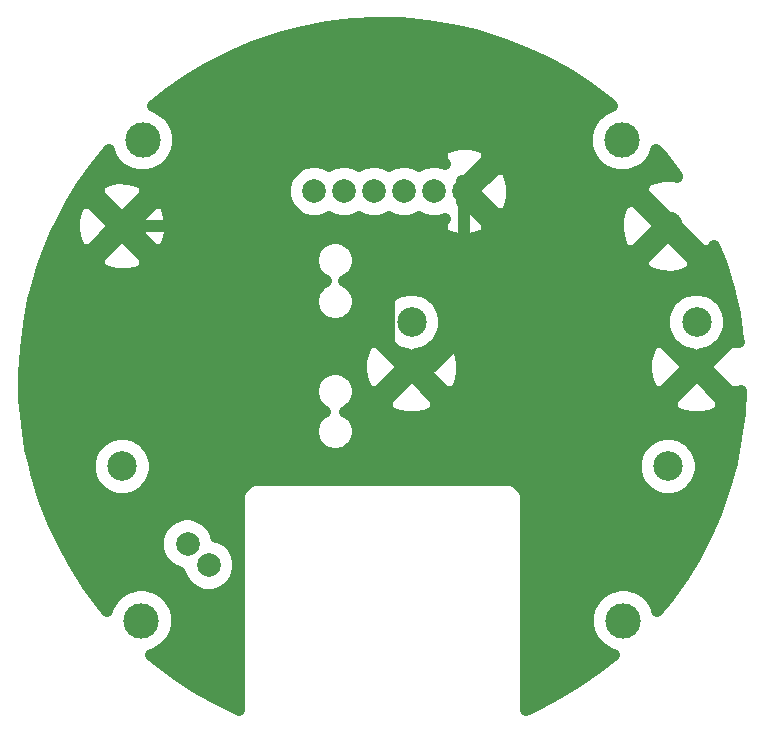
<source format=gbr>
G04 #@! TF.GenerationSoftware,KiCad,Pcbnew,(5.1.2)-2*
G04 #@! TF.CreationDate,2019-10-20T14:27:07-03:00*
G04 #@! TF.ProjectId,placa_potencia,706c6163-615f-4706-9f74-656e6369612e,rev?*
G04 #@! TF.SameCoordinates,Original*
G04 #@! TF.FileFunction,Copper,L2,Bot*
G04 #@! TF.FilePolarity,Positive*
%FSLAX46Y46*%
G04 Gerber Fmt 4.6, Leading zero omitted, Abs format (unit mm)*
G04 Created by KiCad (PCBNEW (5.1.2)-2) date 2019-10-20 14:27:07*
%MOMM*%
%LPD*%
G04 APERTURE LIST*
%ADD10C,3.000000*%
%ADD11C,2.000000*%
%ADD12C,2.500000*%
%ADD13C,2.100000*%
%ADD14C,1.000000*%
G04 APERTURE END LIST*
D10*
X64300000Y-49000000D03*
X104900000Y-49000000D03*
X64200000Y-89700000D03*
X105000000Y-89700000D03*
D11*
X91550000Y-53350000D03*
X89010000Y-53350000D03*
X86470000Y-53350000D03*
X83930000Y-53350000D03*
X81390000Y-53350000D03*
X78850000Y-53350000D03*
X68100000Y-83200000D03*
X69896051Y-84996051D03*
D12*
X62574000Y-76626000D03*
D13*
X62574000Y-56306000D03*
D12*
X108802000Y-76626000D03*
X108802000Y-56306000D03*
X87070000Y-64410000D03*
X87070000Y-68220000D03*
X111200000Y-64410000D03*
X111200000Y-68220000D03*
D14*
X85820001Y-66970001D02*
X87070000Y-68220000D01*
X85119999Y-66269999D02*
X85820001Y-66970001D01*
X85119999Y-59573997D02*
X85119999Y-66269999D01*
X81852002Y-56306000D02*
X85119999Y-59573997D01*
X62574000Y-56306000D02*
X81852002Y-56306000D01*
X88837766Y-68220000D02*
X91600000Y-65457766D01*
X87070000Y-68220000D02*
X88837766Y-68220000D01*
X91550000Y-65407766D02*
X91550000Y-53350000D01*
X91600000Y-65457766D02*
X91550000Y-65407766D01*
G36*
X86280402Y-39117366D02*
G01*
X88390159Y-39307698D01*
X90481500Y-39644736D01*
X92544246Y-40126842D01*
X94568326Y-40751658D01*
X96543894Y-41516146D01*
X98461321Y-42416580D01*
X100311277Y-43448580D01*
X102084724Y-44607104D01*
X103773038Y-45886515D01*
X104032952Y-46113693D01*
X104024932Y-46115288D01*
X103478967Y-46341434D01*
X102987611Y-46669748D01*
X102569748Y-47087611D01*
X102241434Y-47578967D01*
X102015288Y-48124932D01*
X101900000Y-48704526D01*
X101900000Y-49295474D01*
X102015288Y-49875068D01*
X102241434Y-50421033D01*
X102569748Y-50912389D01*
X102987611Y-51330252D01*
X103478967Y-51658566D01*
X104024932Y-51884712D01*
X104604526Y-52000000D01*
X105195474Y-52000000D01*
X105775068Y-51884712D01*
X106321033Y-51658566D01*
X106812389Y-51330252D01*
X107230252Y-50912389D01*
X107558566Y-50421033D01*
X107784712Y-49875068D01*
X107788766Y-49854686D01*
X108247246Y-50384998D01*
X109517503Y-52080208D01*
X109541270Y-52117024D01*
X109305902Y-52065269D01*
X108468894Y-52048447D01*
X107644687Y-52195240D01*
X106864955Y-52500008D01*
X106713598Y-52580910D01*
X106691373Y-53488266D01*
X108802000Y-55598893D01*
X108816142Y-55584751D01*
X109523249Y-56291858D01*
X109509107Y-56306000D01*
X111619734Y-58416627D01*
X112527090Y-58394402D01*
X112708687Y-57979757D01*
X113332226Y-59617364D01*
X113946080Y-61644791D01*
X114417018Y-63710123D01*
X114742736Y-65803258D01*
X114770245Y-66127805D01*
X114017734Y-66109373D01*
X111907107Y-68220000D01*
X114017734Y-70330627D01*
X114925090Y-70308402D01*
X114939471Y-70275567D01*
X114836302Y-72147235D01*
X114572456Y-74249066D01*
X114162635Y-76327378D01*
X113608840Y-78372025D01*
X112913760Y-80373082D01*
X112080794Y-82320759D01*
X111113986Y-84205602D01*
X110018052Y-86018415D01*
X108798338Y-87750355D01*
X107892295Y-88863056D01*
X107884712Y-88824932D01*
X107658566Y-88278967D01*
X107330252Y-87787611D01*
X106912389Y-87369748D01*
X106421033Y-87041434D01*
X105875068Y-86815288D01*
X105295474Y-86700000D01*
X104704526Y-86700000D01*
X104124932Y-86815288D01*
X103578967Y-87041434D01*
X103087611Y-87369748D01*
X102669748Y-87787611D01*
X102341434Y-88278967D01*
X102115288Y-88824932D01*
X102000000Y-89404526D01*
X102000000Y-89995474D01*
X102115288Y-90575068D01*
X102341434Y-91121033D01*
X102669748Y-91612389D01*
X103087611Y-92030252D01*
X103578967Y-92358566D01*
X104124932Y-92584712D01*
X104187606Y-92597179D01*
X102808908Y-93707463D01*
X101070389Y-94917792D01*
X99251675Y-96003899D01*
X97361633Y-96960492D01*
X96760062Y-97213925D01*
X96760062Y-79516188D01*
X96768045Y-79435136D01*
X96736187Y-79111680D01*
X96641839Y-78800653D01*
X96488624Y-78514010D01*
X96282433Y-78262765D01*
X96031188Y-78056574D01*
X95744545Y-77903359D01*
X95433518Y-77809011D01*
X95191114Y-77785136D01*
X95110062Y-77777153D01*
X95029010Y-77785136D01*
X74191114Y-77785136D01*
X74110062Y-77777153D01*
X74029010Y-77785136D01*
X73786606Y-77809011D01*
X73475579Y-77903359D01*
X73188936Y-78056574D01*
X72937691Y-78262765D01*
X72731500Y-78514010D01*
X72578285Y-78800653D01*
X72483937Y-79111680D01*
X72452079Y-79435136D01*
X72460063Y-79516198D01*
X72460062Y-97223058D01*
X70758803Y-96424138D01*
X68908848Y-95392138D01*
X67135409Y-94233621D01*
X65447079Y-92954197D01*
X65033753Y-92592930D01*
X65075068Y-92584712D01*
X65621033Y-92358566D01*
X66112389Y-92030252D01*
X66530252Y-91612389D01*
X66858566Y-91121033D01*
X67084712Y-90575068D01*
X67200000Y-89995474D01*
X67200000Y-89404526D01*
X67084712Y-88824932D01*
X66858566Y-88278967D01*
X66530252Y-87787611D01*
X66112389Y-87369748D01*
X65621033Y-87041434D01*
X65075068Y-86815288D01*
X64495474Y-86700000D01*
X63904526Y-86700000D01*
X63324932Y-86815288D01*
X62778967Y-87041434D01*
X62287611Y-87369748D01*
X61869748Y-87787611D01*
X61541434Y-88278967D01*
X61315288Y-88824932D01*
X61310947Y-88846756D01*
X60972884Y-88455726D01*
X59702621Y-86760510D01*
X58553704Y-84980810D01*
X57531735Y-83125310D01*
X57452310Y-82953772D01*
X65600000Y-82953772D01*
X65600000Y-83446228D01*
X65696074Y-83929223D01*
X65884529Y-84384194D01*
X66158124Y-84793657D01*
X66506343Y-85141876D01*
X66915806Y-85415471D01*
X67370777Y-85603926D01*
X67471992Y-85624059D01*
X67492125Y-85725274D01*
X67680580Y-86180245D01*
X67954175Y-86589708D01*
X68302394Y-86937927D01*
X68711857Y-87211522D01*
X69166828Y-87399977D01*
X69649823Y-87496051D01*
X70142279Y-87496051D01*
X70625274Y-87399977D01*
X71080245Y-87211522D01*
X71489708Y-86937927D01*
X71837927Y-86589708D01*
X72111522Y-86180245D01*
X72299977Y-85725274D01*
X72396051Y-85242279D01*
X72396051Y-84749823D01*
X72299977Y-84266828D01*
X72111522Y-83811857D01*
X71837927Y-83402394D01*
X71489708Y-83054175D01*
X71080245Y-82780580D01*
X70625274Y-82592125D01*
X70524059Y-82571992D01*
X70503926Y-82470777D01*
X70315471Y-82015806D01*
X70041876Y-81606343D01*
X69693657Y-81258124D01*
X69284194Y-80984529D01*
X68829223Y-80796074D01*
X68346228Y-80700000D01*
X67853772Y-80700000D01*
X67370777Y-80796074D01*
X66915806Y-80984529D01*
X66506343Y-81258124D01*
X66158124Y-81606343D01*
X65884529Y-82015806D01*
X65696074Y-82470777D01*
X65600000Y-82953772D01*
X57452310Y-82953772D01*
X56641685Y-81203031D01*
X55887898Y-79223354D01*
X55274042Y-77195920D01*
X55082329Y-76355149D01*
X59824000Y-76355149D01*
X59824000Y-76896851D01*
X59929681Y-77428145D01*
X60136982Y-77928613D01*
X60437936Y-78379023D01*
X60820977Y-78762064D01*
X61271387Y-79063018D01*
X61771855Y-79270319D01*
X62303149Y-79376000D01*
X62844851Y-79376000D01*
X63376145Y-79270319D01*
X63876613Y-79063018D01*
X64327023Y-78762064D01*
X64710064Y-78379023D01*
X65011018Y-77928613D01*
X65218319Y-77428145D01*
X65324000Y-76896851D01*
X65324000Y-76355149D01*
X106052000Y-76355149D01*
X106052000Y-76896851D01*
X106157681Y-77428145D01*
X106364982Y-77928613D01*
X106665936Y-78379023D01*
X107048977Y-78762064D01*
X107499387Y-79063018D01*
X107999855Y-79270319D01*
X108531149Y-79376000D01*
X109072851Y-79376000D01*
X109604145Y-79270319D01*
X110104613Y-79063018D01*
X110555023Y-78762064D01*
X110938064Y-78379023D01*
X111239018Y-77928613D01*
X111446319Y-77428145D01*
X111552000Y-76896851D01*
X111552000Y-76355149D01*
X111446319Y-75823855D01*
X111239018Y-75323387D01*
X110938064Y-74872977D01*
X110555023Y-74489936D01*
X110104613Y-74188982D01*
X109604145Y-73981681D01*
X109072851Y-73876000D01*
X108531149Y-73876000D01*
X107999855Y-73981681D01*
X107499387Y-74188982D01*
X107048977Y-74489936D01*
X106665936Y-74872977D01*
X106364982Y-75323387D01*
X106157681Y-75823855D01*
X106052000Y-76355149D01*
X65324000Y-76355149D01*
X65218319Y-75823855D01*
X65011018Y-75323387D01*
X64710064Y-74872977D01*
X64327023Y-74489936D01*
X63876613Y-74188982D01*
X63376145Y-73981681D01*
X62844851Y-73876000D01*
X62303149Y-73876000D01*
X61771855Y-73981681D01*
X61271387Y-74188982D01*
X60820977Y-74489936D01*
X60437936Y-74872977D01*
X60136982Y-75323387D01*
X59929681Y-75823855D01*
X59824000Y-76355149D01*
X55082329Y-76355149D01*
X54803105Y-75130593D01*
X54477388Y-73037460D01*
X54298474Y-70926712D01*
X54286472Y-70112866D01*
X78700000Y-70112866D01*
X78700000Y-70487134D01*
X78773016Y-70854209D01*
X78916242Y-71199987D01*
X79124174Y-71511179D01*
X79388821Y-71775826D01*
X79700013Y-71983758D01*
X79739225Y-72000000D01*
X79700013Y-72016242D01*
X79388821Y-72224174D01*
X79124174Y-72488821D01*
X78916242Y-72800013D01*
X78773016Y-73145791D01*
X78700000Y-73512866D01*
X78700000Y-73887134D01*
X78773016Y-74254209D01*
X78916242Y-74599987D01*
X79124174Y-74911179D01*
X79388821Y-75175826D01*
X79700013Y-75383758D01*
X80045791Y-75526984D01*
X80412866Y-75600000D01*
X80787134Y-75600000D01*
X81154209Y-75526984D01*
X81499987Y-75383758D01*
X81811179Y-75175826D01*
X82075826Y-74911179D01*
X82283758Y-74599987D01*
X82426984Y-74254209D01*
X82500000Y-73887134D01*
X82500000Y-73512866D01*
X82426984Y-73145791D01*
X82283758Y-72800013D01*
X82075826Y-72488821D01*
X81811179Y-72224174D01*
X81499987Y-72016242D01*
X81460775Y-72000000D01*
X81499987Y-71983758D01*
X81811179Y-71775826D01*
X82075826Y-71511179D01*
X82283758Y-71199987D01*
X82350965Y-71037734D01*
X84959373Y-71037734D01*
X84981598Y-71945090D01*
X85748455Y-72280940D01*
X86566098Y-72460731D01*
X87403106Y-72477553D01*
X88227313Y-72330760D01*
X89007045Y-72025992D01*
X89158402Y-71945090D01*
X89180627Y-71037734D01*
X109089373Y-71037734D01*
X109111598Y-71945090D01*
X109878455Y-72280940D01*
X110696098Y-72460731D01*
X111533106Y-72477553D01*
X112357313Y-72330760D01*
X113137045Y-72025992D01*
X113288402Y-71945090D01*
X113310627Y-71037734D01*
X111200000Y-68927107D01*
X109089373Y-71037734D01*
X89180627Y-71037734D01*
X87070000Y-68927107D01*
X84959373Y-71037734D01*
X82350965Y-71037734D01*
X82426984Y-70854209D01*
X82500000Y-70487134D01*
X82500000Y-70112866D01*
X82426984Y-69745791D01*
X82283758Y-69400013D01*
X82075826Y-69088821D01*
X81811179Y-68824174D01*
X81499987Y-68616242D01*
X81347564Y-68553106D01*
X82812447Y-68553106D01*
X82959240Y-69377313D01*
X83264008Y-70157045D01*
X83344910Y-70308402D01*
X84252266Y-70330627D01*
X86362893Y-68220000D01*
X87777107Y-68220000D01*
X89887734Y-70330627D01*
X90795090Y-70308402D01*
X91130940Y-69541545D01*
X91310731Y-68723902D01*
X91314163Y-68553106D01*
X106942447Y-68553106D01*
X107089240Y-69377313D01*
X107394008Y-70157045D01*
X107474910Y-70308402D01*
X108382266Y-70330627D01*
X110492893Y-68220000D01*
X108382266Y-66109373D01*
X107474910Y-66131598D01*
X107139060Y-66898455D01*
X106959269Y-67716098D01*
X106942447Y-68553106D01*
X91314163Y-68553106D01*
X91327553Y-67886894D01*
X91180760Y-67062687D01*
X90875992Y-66282955D01*
X90795090Y-66131598D01*
X89887734Y-66109373D01*
X87777107Y-68220000D01*
X86362893Y-68220000D01*
X84252266Y-66109373D01*
X83344910Y-66131598D01*
X83009060Y-66898455D01*
X82829269Y-67716098D01*
X82812447Y-68553106D01*
X81347564Y-68553106D01*
X81154209Y-68473016D01*
X80787134Y-68400000D01*
X80412866Y-68400000D01*
X80045791Y-68473016D01*
X79700013Y-68616242D01*
X79388821Y-68824174D01*
X79124174Y-69088821D01*
X78916242Y-69400013D01*
X78773016Y-69745791D01*
X78700000Y-70112866D01*
X54286472Y-70112866D01*
X54267235Y-68808596D01*
X54383822Y-66693483D01*
X54647668Y-64591652D01*
X55057489Y-62513340D01*
X55611284Y-60468693D01*
X55820174Y-59867321D01*
X60604582Y-59867321D01*
X61337204Y-60183106D01*
X62117355Y-60349896D01*
X62915054Y-60361281D01*
X63699647Y-60216823D01*
X64440981Y-59922075D01*
X64543418Y-59867321D01*
X64541068Y-59012866D01*
X78700000Y-59012866D01*
X78700000Y-59387134D01*
X78773016Y-59754209D01*
X78916242Y-60099987D01*
X79124174Y-60411179D01*
X79388821Y-60675826D01*
X79700013Y-60883758D01*
X79859935Y-60950000D01*
X79700013Y-61016242D01*
X79388821Y-61224174D01*
X79124174Y-61488821D01*
X78916242Y-61800013D01*
X78773016Y-62145791D01*
X78700000Y-62512866D01*
X78700000Y-62887134D01*
X78773016Y-63254209D01*
X78916242Y-63599987D01*
X79124174Y-63911179D01*
X79388821Y-64175826D01*
X79700013Y-64383758D01*
X80045791Y-64526984D01*
X80412866Y-64600000D01*
X80787134Y-64600000D01*
X81154209Y-64526984D01*
X81499987Y-64383758D01*
X81811179Y-64175826D01*
X81847856Y-64139149D01*
X84320000Y-64139149D01*
X84320000Y-64680851D01*
X84425681Y-65212145D01*
X84632982Y-65712613D01*
X84933936Y-66163023D01*
X85316977Y-66546064D01*
X85767387Y-66847018D01*
X86267855Y-67054319D01*
X86696736Y-67139629D01*
X87070000Y-67512893D01*
X87443264Y-67139629D01*
X87872145Y-67054319D01*
X88372613Y-66847018D01*
X88823023Y-66546064D01*
X89206064Y-66163023D01*
X89507018Y-65712613D01*
X89714319Y-65212145D01*
X89820000Y-64680851D01*
X89820000Y-64139149D01*
X108450000Y-64139149D01*
X108450000Y-64680851D01*
X108555681Y-65212145D01*
X108762982Y-65712613D01*
X109063936Y-66163023D01*
X109446977Y-66546064D01*
X109897387Y-66847018D01*
X110397855Y-67054319D01*
X110826736Y-67139629D01*
X111200000Y-67512893D01*
X111573264Y-67139629D01*
X112002145Y-67054319D01*
X112502613Y-66847018D01*
X112953023Y-66546064D01*
X113336064Y-66163023D01*
X113637018Y-65712613D01*
X113844319Y-65212145D01*
X113950000Y-64680851D01*
X113950000Y-64139149D01*
X113844319Y-63607855D01*
X113637018Y-63107387D01*
X113336064Y-62656977D01*
X112953023Y-62273936D01*
X112502613Y-61972982D01*
X112002145Y-61765681D01*
X111470851Y-61660000D01*
X110929149Y-61660000D01*
X110397855Y-61765681D01*
X109897387Y-61972982D01*
X109446977Y-62273936D01*
X109063936Y-62656977D01*
X108762982Y-63107387D01*
X108555681Y-63607855D01*
X108450000Y-64139149D01*
X89820000Y-64139149D01*
X89714319Y-63607855D01*
X89507018Y-63107387D01*
X89206064Y-62656977D01*
X88823023Y-62273936D01*
X88372613Y-61972982D01*
X87872145Y-61765681D01*
X87340851Y-61660000D01*
X86799149Y-61660000D01*
X86267855Y-61765681D01*
X85767387Y-61972982D01*
X85316977Y-62273936D01*
X84933936Y-62656977D01*
X84632982Y-63107387D01*
X84425681Y-63607855D01*
X84320000Y-64139149D01*
X81847856Y-64139149D01*
X82075826Y-63911179D01*
X82283758Y-63599987D01*
X82426984Y-63254209D01*
X82500000Y-62887134D01*
X82500000Y-62512866D01*
X82426984Y-62145791D01*
X82283758Y-61800013D01*
X82075826Y-61488821D01*
X81811179Y-61224174D01*
X81499987Y-61016242D01*
X81340065Y-60950000D01*
X81499987Y-60883758D01*
X81811179Y-60675826D01*
X82075826Y-60411179D01*
X82283758Y-60099987D01*
X82426984Y-59754209D01*
X82500000Y-59387134D01*
X82500000Y-59123734D01*
X106691373Y-59123734D01*
X106713598Y-60031090D01*
X107480455Y-60366940D01*
X108298098Y-60546731D01*
X109135106Y-60563553D01*
X109959313Y-60416760D01*
X110739045Y-60111992D01*
X110890402Y-60031090D01*
X110912627Y-59123734D01*
X108802000Y-57013107D01*
X106691373Y-59123734D01*
X82500000Y-59123734D01*
X82500000Y-59012866D01*
X82426984Y-58645791D01*
X82283758Y-58300013D01*
X82075826Y-57988821D01*
X81811179Y-57724174D01*
X81499987Y-57516242D01*
X81154209Y-57373016D01*
X80787134Y-57300000D01*
X80412866Y-57300000D01*
X80045791Y-57373016D01*
X79700013Y-57516242D01*
X79388821Y-57724174D01*
X79124174Y-57988821D01*
X78916242Y-58300013D01*
X78773016Y-58645791D01*
X78700000Y-59012866D01*
X64541068Y-59012866D01*
X64540977Y-58980083D01*
X62574000Y-57013107D01*
X60607023Y-58980083D01*
X60604582Y-59867321D01*
X55820174Y-59867321D01*
X56306366Y-58467631D01*
X57084975Y-56647054D01*
X58518719Y-56647054D01*
X58663177Y-57431647D01*
X58957925Y-58172981D01*
X59012679Y-58275418D01*
X59899917Y-58272977D01*
X61866893Y-56306000D01*
X63281107Y-56306000D01*
X65248083Y-58272977D01*
X66135321Y-58275418D01*
X66451106Y-57542796D01*
X66617896Y-56762645D01*
X66629281Y-55964946D01*
X66484823Y-55180353D01*
X66190075Y-54439019D01*
X66135321Y-54336582D01*
X65248083Y-54339023D01*
X63281107Y-56306000D01*
X61866893Y-56306000D01*
X59899917Y-54339023D01*
X59012679Y-54336582D01*
X58696894Y-55069204D01*
X58530104Y-55849355D01*
X58518719Y-56647054D01*
X57084975Y-56647054D01*
X57139330Y-56519959D01*
X58106138Y-54635116D01*
X59202066Y-52822313D01*
X59256739Y-52744679D01*
X60604582Y-52744679D01*
X60607023Y-53631917D01*
X62574000Y-55598893D01*
X64540977Y-53631917D01*
X64542430Y-53103772D01*
X76350000Y-53103772D01*
X76350000Y-53596228D01*
X76446074Y-54079223D01*
X76634529Y-54534194D01*
X76908124Y-54943657D01*
X77256343Y-55291876D01*
X77665806Y-55565471D01*
X78120777Y-55753926D01*
X78603772Y-55850000D01*
X79096228Y-55850000D01*
X79579223Y-55753926D01*
X80034194Y-55565471D01*
X80120000Y-55508137D01*
X80205806Y-55565471D01*
X80660777Y-55753926D01*
X81143772Y-55850000D01*
X81636228Y-55850000D01*
X82119223Y-55753926D01*
X82574194Y-55565471D01*
X82660000Y-55508137D01*
X82745806Y-55565471D01*
X83200777Y-55753926D01*
X83683772Y-55850000D01*
X84176228Y-55850000D01*
X84659223Y-55753926D01*
X85114194Y-55565471D01*
X85200000Y-55508137D01*
X85285806Y-55565471D01*
X85740777Y-55753926D01*
X86223772Y-55850000D01*
X86716228Y-55850000D01*
X87199223Y-55753926D01*
X87654194Y-55565471D01*
X87740000Y-55508137D01*
X87825806Y-55565471D01*
X88280777Y-55753926D01*
X88763772Y-55850000D01*
X89256228Y-55850000D01*
X89739223Y-55753926D01*
X89933760Y-55673346D01*
X89618966Y-55988140D01*
X89610343Y-56870360D01*
X90334401Y-57181126D01*
X91105174Y-57344663D01*
X91893042Y-57354688D01*
X92667726Y-57210815D01*
X93399457Y-56918573D01*
X93489657Y-56870360D01*
X93487397Y-56639106D01*
X104544447Y-56639106D01*
X104691240Y-57463313D01*
X104996008Y-58243045D01*
X105076910Y-58394402D01*
X105984266Y-58416627D01*
X108094893Y-56306000D01*
X105984266Y-54195373D01*
X105076910Y-54217598D01*
X104741060Y-54984455D01*
X104561269Y-55802098D01*
X104544447Y-56639106D01*
X93487397Y-56639106D01*
X93481034Y-55988140D01*
X91550000Y-54057107D01*
X91333346Y-54273761D01*
X91413926Y-54079223D01*
X91510000Y-53596228D01*
X91510000Y-53350000D01*
X92257107Y-53350000D01*
X94188140Y-55281034D01*
X95070360Y-55289657D01*
X95381126Y-54565599D01*
X95544663Y-53794826D01*
X95554688Y-53006958D01*
X95410815Y-52232274D01*
X95118573Y-51500543D01*
X95070360Y-51410343D01*
X94188140Y-51418966D01*
X92257107Y-53350000D01*
X91510000Y-53350000D01*
X91510000Y-53103772D01*
X91413926Y-52620777D01*
X91333346Y-52426239D01*
X91550000Y-52642893D01*
X93481034Y-50711860D01*
X93489657Y-49829640D01*
X92765599Y-49518874D01*
X91994826Y-49355337D01*
X91206958Y-49345312D01*
X90432274Y-49489185D01*
X89700543Y-49781427D01*
X89610343Y-49829640D01*
X89618966Y-50711860D01*
X89933760Y-51026654D01*
X89739223Y-50946074D01*
X89256228Y-50850000D01*
X88763772Y-50850000D01*
X88280777Y-50946074D01*
X87825806Y-51134529D01*
X87740000Y-51191863D01*
X87654194Y-51134529D01*
X87199223Y-50946074D01*
X86716228Y-50850000D01*
X86223772Y-50850000D01*
X85740777Y-50946074D01*
X85285806Y-51134529D01*
X85200000Y-51191863D01*
X85114194Y-51134529D01*
X84659223Y-50946074D01*
X84176228Y-50850000D01*
X83683772Y-50850000D01*
X83200777Y-50946074D01*
X82745806Y-51134529D01*
X82660000Y-51191863D01*
X82574194Y-51134529D01*
X82119223Y-50946074D01*
X81636228Y-50850000D01*
X81143772Y-50850000D01*
X80660777Y-50946074D01*
X80205806Y-51134529D01*
X80120000Y-51191863D01*
X80034194Y-51134529D01*
X79579223Y-50946074D01*
X79096228Y-50850000D01*
X78603772Y-50850000D01*
X78120777Y-50946074D01*
X77665806Y-51134529D01*
X77256343Y-51408124D01*
X76908124Y-51756343D01*
X76634529Y-52165806D01*
X76446074Y-52620777D01*
X76350000Y-53103772D01*
X64542430Y-53103772D01*
X64543418Y-52744679D01*
X63810796Y-52428894D01*
X63030645Y-52262104D01*
X62232946Y-52250719D01*
X61448353Y-52395177D01*
X60707019Y-52689925D01*
X60604582Y-52744679D01*
X59256739Y-52744679D01*
X60421781Y-51090370D01*
X61414519Y-49871200D01*
X61415288Y-49875068D01*
X61641434Y-50421033D01*
X61969748Y-50912389D01*
X62387611Y-51330252D01*
X62878967Y-51658566D01*
X63424932Y-51884712D01*
X64004526Y-52000000D01*
X64595474Y-52000000D01*
X65175068Y-51884712D01*
X65721033Y-51658566D01*
X66212389Y-51330252D01*
X66630252Y-50912389D01*
X66958566Y-50421033D01*
X67184712Y-49875068D01*
X67300000Y-49295474D01*
X67300000Y-48704526D01*
X67184712Y-48124932D01*
X66958566Y-47578967D01*
X66630252Y-47087611D01*
X66212389Y-46669748D01*
X65721033Y-46341434D01*
X65186100Y-46119858D01*
X66411233Y-45133243D01*
X68149729Y-43922930D01*
X69968449Y-42836819D01*
X71858479Y-41880232D01*
X73810660Y-41057806D01*
X75815422Y-40373573D01*
X77863048Y-39830846D01*
X79943554Y-39432276D01*
X82046780Y-39179806D01*
X84162487Y-39074665D01*
X86280402Y-39117366D01*
X86280402Y-39117366D01*
G37*
X86280402Y-39117366D02*
X88390159Y-39307698D01*
X90481500Y-39644736D01*
X92544246Y-40126842D01*
X94568326Y-40751658D01*
X96543894Y-41516146D01*
X98461321Y-42416580D01*
X100311277Y-43448580D01*
X102084724Y-44607104D01*
X103773038Y-45886515D01*
X104032952Y-46113693D01*
X104024932Y-46115288D01*
X103478967Y-46341434D01*
X102987611Y-46669748D01*
X102569748Y-47087611D01*
X102241434Y-47578967D01*
X102015288Y-48124932D01*
X101900000Y-48704526D01*
X101900000Y-49295474D01*
X102015288Y-49875068D01*
X102241434Y-50421033D01*
X102569748Y-50912389D01*
X102987611Y-51330252D01*
X103478967Y-51658566D01*
X104024932Y-51884712D01*
X104604526Y-52000000D01*
X105195474Y-52000000D01*
X105775068Y-51884712D01*
X106321033Y-51658566D01*
X106812389Y-51330252D01*
X107230252Y-50912389D01*
X107558566Y-50421033D01*
X107784712Y-49875068D01*
X107788766Y-49854686D01*
X108247246Y-50384998D01*
X109517503Y-52080208D01*
X109541270Y-52117024D01*
X109305902Y-52065269D01*
X108468894Y-52048447D01*
X107644687Y-52195240D01*
X106864955Y-52500008D01*
X106713598Y-52580910D01*
X106691373Y-53488266D01*
X108802000Y-55598893D01*
X108816142Y-55584751D01*
X109523249Y-56291858D01*
X109509107Y-56306000D01*
X111619734Y-58416627D01*
X112527090Y-58394402D01*
X112708687Y-57979757D01*
X113332226Y-59617364D01*
X113946080Y-61644791D01*
X114417018Y-63710123D01*
X114742736Y-65803258D01*
X114770245Y-66127805D01*
X114017734Y-66109373D01*
X111907107Y-68220000D01*
X114017734Y-70330627D01*
X114925090Y-70308402D01*
X114939471Y-70275567D01*
X114836302Y-72147235D01*
X114572456Y-74249066D01*
X114162635Y-76327378D01*
X113608840Y-78372025D01*
X112913760Y-80373082D01*
X112080794Y-82320759D01*
X111113986Y-84205602D01*
X110018052Y-86018415D01*
X108798338Y-87750355D01*
X107892295Y-88863056D01*
X107884712Y-88824932D01*
X107658566Y-88278967D01*
X107330252Y-87787611D01*
X106912389Y-87369748D01*
X106421033Y-87041434D01*
X105875068Y-86815288D01*
X105295474Y-86700000D01*
X104704526Y-86700000D01*
X104124932Y-86815288D01*
X103578967Y-87041434D01*
X103087611Y-87369748D01*
X102669748Y-87787611D01*
X102341434Y-88278967D01*
X102115288Y-88824932D01*
X102000000Y-89404526D01*
X102000000Y-89995474D01*
X102115288Y-90575068D01*
X102341434Y-91121033D01*
X102669748Y-91612389D01*
X103087611Y-92030252D01*
X103578967Y-92358566D01*
X104124932Y-92584712D01*
X104187606Y-92597179D01*
X102808908Y-93707463D01*
X101070389Y-94917792D01*
X99251675Y-96003899D01*
X97361633Y-96960492D01*
X96760062Y-97213925D01*
X96760062Y-79516188D01*
X96768045Y-79435136D01*
X96736187Y-79111680D01*
X96641839Y-78800653D01*
X96488624Y-78514010D01*
X96282433Y-78262765D01*
X96031188Y-78056574D01*
X95744545Y-77903359D01*
X95433518Y-77809011D01*
X95191114Y-77785136D01*
X95110062Y-77777153D01*
X95029010Y-77785136D01*
X74191114Y-77785136D01*
X74110062Y-77777153D01*
X74029010Y-77785136D01*
X73786606Y-77809011D01*
X73475579Y-77903359D01*
X73188936Y-78056574D01*
X72937691Y-78262765D01*
X72731500Y-78514010D01*
X72578285Y-78800653D01*
X72483937Y-79111680D01*
X72452079Y-79435136D01*
X72460063Y-79516198D01*
X72460062Y-97223058D01*
X70758803Y-96424138D01*
X68908848Y-95392138D01*
X67135409Y-94233621D01*
X65447079Y-92954197D01*
X65033753Y-92592930D01*
X65075068Y-92584712D01*
X65621033Y-92358566D01*
X66112389Y-92030252D01*
X66530252Y-91612389D01*
X66858566Y-91121033D01*
X67084712Y-90575068D01*
X67200000Y-89995474D01*
X67200000Y-89404526D01*
X67084712Y-88824932D01*
X66858566Y-88278967D01*
X66530252Y-87787611D01*
X66112389Y-87369748D01*
X65621033Y-87041434D01*
X65075068Y-86815288D01*
X64495474Y-86700000D01*
X63904526Y-86700000D01*
X63324932Y-86815288D01*
X62778967Y-87041434D01*
X62287611Y-87369748D01*
X61869748Y-87787611D01*
X61541434Y-88278967D01*
X61315288Y-88824932D01*
X61310947Y-88846756D01*
X60972884Y-88455726D01*
X59702621Y-86760510D01*
X58553704Y-84980810D01*
X57531735Y-83125310D01*
X57452310Y-82953772D01*
X65600000Y-82953772D01*
X65600000Y-83446228D01*
X65696074Y-83929223D01*
X65884529Y-84384194D01*
X66158124Y-84793657D01*
X66506343Y-85141876D01*
X66915806Y-85415471D01*
X67370777Y-85603926D01*
X67471992Y-85624059D01*
X67492125Y-85725274D01*
X67680580Y-86180245D01*
X67954175Y-86589708D01*
X68302394Y-86937927D01*
X68711857Y-87211522D01*
X69166828Y-87399977D01*
X69649823Y-87496051D01*
X70142279Y-87496051D01*
X70625274Y-87399977D01*
X71080245Y-87211522D01*
X71489708Y-86937927D01*
X71837927Y-86589708D01*
X72111522Y-86180245D01*
X72299977Y-85725274D01*
X72396051Y-85242279D01*
X72396051Y-84749823D01*
X72299977Y-84266828D01*
X72111522Y-83811857D01*
X71837927Y-83402394D01*
X71489708Y-83054175D01*
X71080245Y-82780580D01*
X70625274Y-82592125D01*
X70524059Y-82571992D01*
X70503926Y-82470777D01*
X70315471Y-82015806D01*
X70041876Y-81606343D01*
X69693657Y-81258124D01*
X69284194Y-80984529D01*
X68829223Y-80796074D01*
X68346228Y-80700000D01*
X67853772Y-80700000D01*
X67370777Y-80796074D01*
X66915806Y-80984529D01*
X66506343Y-81258124D01*
X66158124Y-81606343D01*
X65884529Y-82015806D01*
X65696074Y-82470777D01*
X65600000Y-82953772D01*
X57452310Y-82953772D01*
X56641685Y-81203031D01*
X55887898Y-79223354D01*
X55274042Y-77195920D01*
X55082329Y-76355149D01*
X59824000Y-76355149D01*
X59824000Y-76896851D01*
X59929681Y-77428145D01*
X60136982Y-77928613D01*
X60437936Y-78379023D01*
X60820977Y-78762064D01*
X61271387Y-79063018D01*
X61771855Y-79270319D01*
X62303149Y-79376000D01*
X62844851Y-79376000D01*
X63376145Y-79270319D01*
X63876613Y-79063018D01*
X64327023Y-78762064D01*
X64710064Y-78379023D01*
X65011018Y-77928613D01*
X65218319Y-77428145D01*
X65324000Y-76896851D01*
X65324000Y-76355149D01*
X106052000Y-76355149D01*
X106052000Y-76896851D01*
X106157681Y-77428145D01*
X106364982Y-77928613D01*
X106665936Y-78379023D01*
X107048977Y-78762064D01*
X107499387Y-79063018D01*
X107999855Y-79270319D01*
X108531149Y-79376000D01*
X109072851Y-79376000D01*
X109604145Y-79270319D01*
X110104613Y-79063018D01*
X110555023Y-78762064D01*
X110938064Y-78379023D01*
X111239018Y-77928613D01*
X111446319Y-77428145D01*
X111552000Y-76896851D01*
X111552000Y-76355149D01*
X111446319Y-75823855D01*
X111239018Y-75323387D01*
X110938064Y-74872977D01*
X110555023Y-74489936D01*
X110104613Y-74188982D01*
X109604145Y-73981681D01*
X109072851Y-73876000D01*
X108531149Y-73876000D01*
X107999855Y-73981681D01*
X107499387Y-74188982D01*
X107048977Y-74489936D01*
X106665936Y-74872977D01*
X106364982Y-75323387D01*
X106157681Y-75823855D01*
X106052000Y-76355149D01*
X65324000Y-76355149D01*
X65218319Y-75823855D01*
X65011018Y-75323387D01*
X64710064Y-74872977D01*
X64327023Y-74489936D01*
X63876613Y-74188982D01*
X63376145Y-73981681D01*
X62844851Y-73876000D01*
X62303149Y-73876000D01*
X61771855Y-73981681D01*
X61271387Y-74188982D01*
X60820977Y-74489936D01*
X60437936Y-74872977D01*
X60136982Y-75323387D01*
X59929681Y-75823855D01*
X59824000Y-76355149D01*
X55082329Y-76355149D01*
X54803105Y-75130593D01*
X54477388Y-73037460D01*
X54298474Y-70926712D01*
X54286472Y-70112866D01*
X78700000Y-70112866D01*
X78700000Y-70487134D01*
X78773016Y-70854209D01*
X78916242Y-71199987D01*
X79124174Y-71511179D01*
X79388821Y-71775826D01*
X79700013Y-71983758D01*
X79739225Y-72000000D01*
X79700013Y-72016242D01*
X79388821Y-72224174D01*
X79124174Y-72488821D01*
X78916242Y-72800013D01*
X78773016Y-73145791D01*
X78700000Y-73512866D01*
X78700000Y-73887134D01*
X78773016Y-74254209D01*
X78916242Y-74599987D01*
X79124174Y-74911179D01*
X79388821Y-75175826D01*
X79700013Y-75383758D01*
X80045791Y-75526984D01*
X80412866Y-75600000D01*
X80787134Y-75600000D01*
X81154209Y-75526984D01*
X81499987Y-75383758D01*
X81811179Y-75175826D01*
X82075826Y-74911179D01*
X82283758Y-74599987D01*
X82426984Y-74254209D01*
X82500000Y-73887134D01*
X82500000Y-73512866D01*
X82426984Y-73145791D01*
X82283758Y-72800013D01*
X82075826Y-72488821D01*
X81811179Y-72224174D01*
X81499987Y-72016242D01*
X81460775Y-72000000D01*
X81499987Y-71983758D01*
X81811179Y-71775826D01*
X82075826Y-71511179D01*
X82283758Y-71199987D01*
X82350965Y-71037734D01*
X84959373Y-71037734D01*
X84981598Y-71945090D01*
X85748455Y-72280940D01*
X86566098Y-72460731D01*
X87403106Y-72477553D01*
X88227313Y-72330760D01*
X89007045Y-72025992D01*
X89158402Y-71945090D01*
X89180627Y-71037734D01*
X109089373Y-71037734D01*
X109111598Y-71945090D01*
X109878455Y-72280940D01*
X110696098Y-72460731D01*
X111533106Y-72477553D01*
X112357313Y-72330760D01*
X113137045Y-72025992D01*
X113288402Y-71945090D01*
X113310627Y-71037734D01*
X111200000Y-68927107D01*
X109089373Y-71037734D01*
X89180627Y-71037734D01*
X87070000Y-68927107D01*
X84959373Y-71037734D01*
X82350965Y-71037734D01*
X82426984Y-70854209D01*
X82500000Y-70487134D01*
X82500000Y-70112866D01*
X82426984Y-69745791D01*
X82283758Y-69400013D01*
X82075826Y-69088821D01*
X81811179Y-68824174D01*
X81499987Y-68616242D01*
X81347564Y-68553106D01*
X82812447Y-68553106D01*
X82959240Y-69377313D01*
X83264008Y-70157045D01*
X83344910Y-70308402D01*
X84252266Y-70330627D01*
X86362893Y-68220000D01*
X87777107Y-68220000D01*
X89887734Y-70330627D01*
X90795090Y-70308402D01*
X91130940Y-69541545D01*
X91310731Y-68723902D01*
X91314163Y-68553106D01*
X106942447Y-68553106D01*
X107089240Y-69377313D01*
X107394008Y-70157045D01*
X107474910Y-70308402D01*
X108382266Y-70330627D01*
X110492893Y-68220000D01*
X108382266Y-66109373D01*
X107474910Y-66131598D01*
X107139060Y-66898455D01*
X106959269Y-67716098D01*
X106942447Y-68553106D01*
X91314163Y-68553106D01*
X91327553Y-67886894D01*
X91180760Y-67062687D01*
X90875992Y-66282955D01*
X90795090Y-66131598D01*
X89887734Y-66109373D01*
X87777107Y-68220000D01*
X86362893Y-68220000D01*
X84252266Y-66109373D01*
X83344910Y-66131598D01*
X83009060Y-66898455D01*
X82829269Y-67716098D01*
X82812447Y-68553106D01*
X81347564Y-68553106D01*
X81154209Y-68473016D01*
X80787134Y-68400000D01*
X80412866Y-68400000D01*
X80045791Y-68473016D01*
X79700013Y-68616242D01*
X79388821Y-68824174D01*
X79124174Y-69088821D01*
X78916242Y-69400013D01*
X78773016Y-69745791D01*
X78700000Y-70112866D01*
X54286472Y-70112866D01*
X54267235Y-68808596D01*
X54383822Y-66693483D01*
X54647668Y-64591652D01*
X55057489Y-62513340D01*
X55611284Y-60468693D01*
X55820174Y-59867321D01*
X60604582Y-59867321D01*
X61337204Y-60183106D01*
X62117355Y-60349896D01*
X62915054Y-60361281D01*
X63699647Y-60216823D01*
X64440981Y-59922075D01*
X64543418Y-59867321D01*
X64541068Y-59012866D01*
X78700000Y-59012866D01*
X78700000Y-59387134D01*
X78773016Y-59754209D01*
X78916242Y-60099987D01*
X79124174Y-60411179D01*
X79388821Y-60675826D01*
X79700013Y-60883758D01*
X79859935Y-60950000D01*
X79700013Y-61016242D01*
X79388821Y-61224174D01*
X79124174Y-61488821D01*
X78916242Y-61800013D01*
X78773016Y-62145791D01*
X78700000Y-62512866D01*
X78700000Y-62887134D01*
X78773016Y-63254209D01*
X78916242Y-63599987D01*
X79124174Y-63911179D01*
X79388821Y-64175826D01*
X79700013Y-64383758D01*
X80045791Y-64526984D01*
X80412866Y-64600000D01*
X80787134Y-64600000D01*
X81154209Y-64526984D01*
X81499987Y-64383758D01*
X81811179Y-64175826D01*
X81847856Y-64139149D01*
X84320000Y-64139149D01*
X84320000Y-64680851D01*
X84425681Y-65212145D01*
X84632982Y-65712613D01*
X84933936Y-66163023D01*
X85316977Y-66546064D01*
X85767387Y-66847018D01*
X86267855Y-67054319D01*
X86696736Y-67139629D01*
X87070000Y-67512893D01*
X87443264Y-67139629D01*
X87872145Y-67054319D01*
X88372613Y-66847018D01*
X88823023Y-66546064D01*
X89206064Y-66163023D01*
X89507018Y-65712613D01*
X89714319Y-65212145D01*
X89820000Y-64680851D01*
X89820000Y-64139149D01*
X108450000Y-64139149D01*
X108450000Y-64680851D01*
X108555681Y-65212145D01*
X108762982Y-65712613D01*
X109063936Y-66163023D01*
X109446977Y-66546064D01*
X109897387Y-66847018D01*
X110397855Y-67054319D01*
X110826736Y-67139629D01*
X111200000Y-67512893D01*
X111573264Y-67139629D01*
X112002145Y-67054319D01*
X112502613Y-66847018D01*
X112953023Y-66546064D01*
X113336064Y-66163023D01*
X113637018Y-65712613D01*
X113844319Y-65212145D01*
X113950000Y-64680851D01*
X113950000Y-64139149D01*
X113844319Y-63607855D01*
X113637018Y-63107387D01*
X113336064Y-62656977D01*
X112953023Y-62273936D01*
X112502613Y-61972982D01*
X112002145Y-61765681D01*
X111470851Y-61660000D01*
X110929149Y-61660000D01*
X110397855Y-61765681D01*
X109897387Y-61972982D01*
X109446977Y-62273936D01*
X109063936Y-62656977D01*
X108762982Y-63107387D01*
X108555681Y-63607855D01*
X108450000Y-64139149D01*
X89820000Y-64139149D01*
X89714319Y-63607855D01*
X89507018Y-63107387D01*
X89206064Y-62656977D01*
X88823023Y-62273936D01*
X88372613Y-61972982D01*
X87872145Y-61765681D01*
X87340851Y-61660000D01*
X86799149Y-61660000D01*
X86267855Y-61765681D01*
X85767387Y-61972982D01*
X85316977Y-62273936D01*
X84933936Y-62656977D01*
X84632982Y-63107387D01*
X84425681Y-63607855D01*
X84320000Y-64139149D01*
X81847856Y-64139149D01*
X82075826Y-63911179D01*
X82283758Y-63599987D01*
X82426984Y-63254209D01*
X82500000Y-62887134D01*
X82500000Y-62512866D01*
X82426984Y-62145791D01*
X82283758Y-61800013D01*
X82075826Y-61488821D01*
X81811179Y-61224174D01*
X81499987Y-61016242D01*
X81340065Y-60950000D01*
X81499987Y-60883758D01*
X81811179Y-60675826D01*
X82075826Y-60411179D01*
X82283758Y-60099987D01*
X82426984Y-59754209D01*
X82500000Y-59387134D01*
X82500000Y-59123734D01*
X106691373Y-59123734D01*
X106713598Y-60031090D01*
X107480455Y-60366940D01*
X108298098Y-60546731D01*
X109135106Y-60563553D01*
X109959313Y-60416760D01*
X110739045Y-60111992D01*
X110890402Y-60031090D01*
X110912627Y-59123734D01*
X108802000Y-57013107D01*
X106691373Y-59123734D01*
X82500000Y-59123734D01*
X82500000Y-59012866D01*
X82426984Y-58645791D01*
X82283758Y-58300013D01*
X82075826Y-57988821D01*
X81811179Y-57724174D01*
X81499987Y-57516242D01*
X81154209Y-57373016D01*
X80787134Y-57300000D01*
X80412866Y-57300000D01*
X80045791Y-57373016D01*
X79700013Y-57516242D01*
X79388821Y-57724174D01*
X79124174Y-57988821D01*
X78916242Y-58300013D01*
X78773016Y-58645791D01*
X78700000Y-59012866D01*
X64541068Y-59012866D01*
X64540977Y-58980083D01*
X62574000Y-57013107D01*
X60607023Y-58980083D01*
X60604582Y-59867321D01*
X55820174Y-59867321D01*
X56306366Y-58467631D01*
X57084975Y-56647054D01*
X58518719Y-56647054D01*
X58663177Y-57431647D01*
X58957925Y-58172981D01*
X59012679Y-58275418D01*
X59899917Y-58272977D01*
X61866893Y-56306000D01*
X63281107Y-56306000D01*
X65248083Y-58272977D01*
X66135321Y-58275418D01*
X66451106Y-57542796D01*
X66617896Y-56762645D01*
X66629281Y-55964946D01*
X66484823Y-55180353D01*
X66190075Y-54439019D01*
X66135321Y-54336582D01*
X65248083Y-54339023D01*
X63281107Y-56306000D01*
X61866893Y-56306000D01*
X59899917Y-54339023D01*
X59012679Y-54336582D01*
X58696894Y-55069204D01*
X58530104Y-55849355D01*
X58518719Y-56647054D01*
X57084975Y-56647054D01*
X57139330Y-56519959D01*
X58106138Y-54635116D01*
X59202066Y-52822313D01*
X59256739Y-52744679D01*
X60604582Y-52744679D01*
X60607023Y-53631917D01*
X62574000Y-55598893D01*
X64540977Y-53631917D01*
X64542430Y-53103772D01*
X76350000Y-53103772D01*
X76350000Y-53596228D01*
X76446074Y-54079223D01*
X76634529Y-54534194D01*
X76908124Y-54943657D01*
X77256343Y-55291876D01*
X77665806Y-55565471D01*
X78120777Y-55753926D01*
X78603772Y-55850000D01*
X79096228Y-55850000D01*
X79579223Y-55753926D01*
X80034194Y-55565471D01*
X80120000Y-55508137D01*
X80205806Y-55565471D01*
X80660777Y-55753926D01*
X81143772Y-55850000D01*
X81636228Y-55850000D01*
X82119223Y-55753926D01*
X82574194Y-55565471D01*
X82660000Y-55508137D01*
X82745806Y-55565471D01*
X83200777Y-55753926D01*
X83683772Y-55850000D01*
X84176228Y-55850000D01*
X84659223Y-55753926D01*
X85114194Y-55565471D01*
X85200000Y-55508137D01*
X85285806Y-55565471D01*
X85740777Y-55753926D01*
X86223772Y-55850000D01*
X86716228Y-55850000D01*
X87199223Y-55753926D01*
X87654194Y-55565471D01*
X87740000Y-55508137D01*
X87825806Y-55565471D01*
X88280777Y-55753926D01*
X88763772Y-55850000D01*
X89256228Y-55850000D01*
X89739223Y-55753926D01*
X89933760Y-55673346D01*
X89618966Y-55988140D01*
X89610343Y-56870360D01*
X90334401Y-57181126D01*
X91105174Y-57344663D01*
X91893042Y-57354688D01*
X92667726Y-57210815D01*
X93399457Y-56918573D01*
X93489657Y-56870360D01*
X93487397Y-56639106D01*
X104544447Y-56639106D01*
X104691240Y-57463313D01*
X104996008Y-58243045D01*
X105076910Y-58394402D01*
X105984266Y-58416627D01*
X108094893Y-56306000D01*
X105984266Y-54195373D01*
X105076910Y-54217598D01*
X104741060Y-54984455D01*
X104561269Y-55802098D01*
X104544447Y-56639106D01*
X93487397Y-56639106D01*
X93481034Y-55988140D01*
X91550000Y-54057107D01*
X91333346Y-54273761D01*
X91413926Y-54079223D01*
X91510000Y-53596228D01*
X91510000Y-53350000D01*
X92257107Y-53350000D01*
X94188140Y-55281034D01*
X95070360Y-55289657D01*
X95381126Y-54565599D01*
X95544663Y-53794826D01*
X95554688Y-53006958D01*
X95410815Y-52232274D01*
X95118573Y-51500543D01*
X95070360Y-51410343D01*
X94188140Y-51418966D01*
X92257107Y-53350000D01*
X91510000Y-53350000D01*
X91510000Y-53103772D01*
X91413926Y-52620777D01*
X91333346Y-52426239D01*
X91550000Y-52642893D01*
X93481034Y-50711860D01*
X93489657Y-49829640D01*
X92765599Y-49518874D01*
X91994826Y-49355337D01*
X91206958Y-49345312D01*
X90432274Y-49489185D01*
X89700543Y-49781427D01*
X89610343Y-49829640D01*
X89618966Y-50711860D01*
X89933760Y-51026654D01*
X89739223Y-50946074D01*
X89256228Y-50850000D01*
X88763772Y-50850000D01*
X88280777Y-50946074D01*
X87825806Y-51134529D01*
X87740000Y-51191863D01*
X87654194Y-51134529D01*
X87199223Y-50946074D01*
X86716228Y-50850000D01*
X86223772Y-50850000D01*
X85740777Y-50946074D01*
X85285806Y-51134529D01*
X85200000Y-51191863D01*
X85114194Y-51134529D01*
X84659223Y-50946074D01*
X84176228Y-50850000D01*
X83683772Y-50850000D01*
X83200777Y-50946074D01*
X82745806Y-51134529D01*
X82660000Y-51191863D01*
X82574194Y-51134529D01*
X82119223Y-50946074D01*
X81636228Y-50850000D01*
X81143772Y-50850000D01*
X80660777Y-50946074D01*
X80205806Y-51134529D01*
X80120000Y-51191863D01*
X80034194Y-51134529D01*
X79579223Y-50946074D01*
X79096228Y-50850000D01*
X78603772Y-50850000D01*
X78120777Y-50946074D01*
X77665806Y-51134529D01*
X77256343Y-51408124D01*
X76908124Y-51756343D01*
X76634529Y-52165806D01*
X76446074Y-52620777D01*
X76350000Y-53103772D01*
X64542430Y-53103772D01*
X64543418Y-52744679D01*
X63810796Y-52428894D01*
X63030645Y-52262104D01*
X62232946Y-52250719D01*
X61448353Y-52395177D01*
X60707019Y-52689925D01*
X60604582Y-52744679D01*
X59256739Y-52744679D01*
X60421781Y-51090370D01*
X61414519Y-49871200D01*
X61415288Y-49875068D01*
X61641434Y-50421033D01*
X61969748Y-50912389D01*
X62387611Y-51330252D01*
X62878967Y-51658566D01*
X63424932Y-51884712D01*
X64004526Y-52000000D01*
X64595474Y-52000000D01*
X65175068Y-51884712D01*
X65721033Y-51658566D01*
X66212389Y-51330252D01*
X66630252Y-50912389D01*
X66958566Y-50421033D01*
X67184712Y-49875068D01*
X67300000Y-49295474D01*
X67300000Y-48704526D01*
X67184712Y-48124932D01*
X66958566Y-47578967D01*
X66630252Y-47087611D01*
X66212389Y-46669748D01*
X65721033Y-46341434D01*
X65186100Y-46119858D01*
X66411233Y-45133243D01*
X68149729Y-43922930D01*
X69968449Y-42836819D01*
X71858479Y-41880232D01*
X73810660Y-41057806D01*
X75815422Y-40373573D01*
X77863048Y-39830846D01*
X79943554Y-39432276D01*
X82046780Y-39179806D01*
X84162487Y-39074665D01*
X86280402Y-39117366D01*
M02*

</source>
